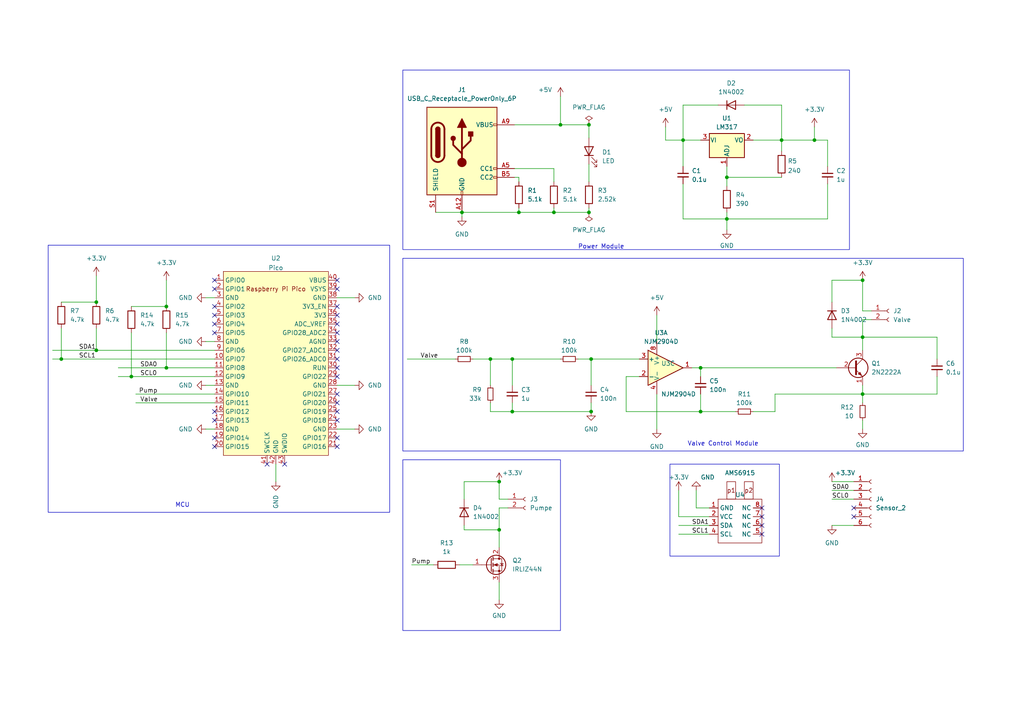
<source format=kicad_sch>
(kicad_sch (version 20230121) (generator eeschema)
  (paper "A4")
  (title_block (date "2024-01-21"))
  (lib_symbols
    (symbol "+5V_1" (power) (pin_names (offset 0))
      (property "Value" "+5V_1" (at 0 3.556 0))
      (symbol "+5V_1_0_1"
        (polyline (pts (xy -0.762 1.27) (xy 0 2.54)))
        (polyline (pts (xy 0 0) (xy 0 2.54)))
        (polyline (pts (xy 0 2.54) (xy 0.762 1.27)))
      )
      (symbol "+5V_1_1_1"
        (pin power_in line (at 0 0 90) (length 0) hide (name "+5V") (number "1"))
      )
    )
    (symbol "1N4001_1" (pin_numbers hide) (pin_names hide)
      (property "Reference" "D" (at 0 2.54 0))
      (property "Value" "1N4001" (at 0 -2.54 0))
      (symbol "1N4001_1_0_1"
        (polyline (pts (xy -1.27 1.27) (xy -1.27 -1.27)) (stroke (width 0.254)))
        (polyline (pts (xy 1.27 0) (xy -1.27 0)))
        (polyline (pts (xy 1.27 1.27) (xy 1.27 -1.27) (xy -1.27 0) (xy 1.27 1.27)) (stroke (width 0.254)))
      )
      (symbol "1N4001_1_1_1"
        (pin passive line (at -3.81 0 0) (length 2.54) (name "K") (number "1"))
        (pin passive line (at 3.81 0 180) (length 2.54) (name "A") (number "2"))
      )
    )
    (symbol "Amplifier_Operational:NJM4560" (pin_names (offset 0.127))
      (property "Reference" "U" (at 0 5.08 0))
      (property "Value" "NJM4560" (at 0 -5.08 0))
      (symbol "NJM4560_1_1"
        (polyline (pts (xy -5.08 5.08) (xy 5.08 0) (xy -5.08 -5.08) (xy -5.08 5.08)) (stroke (width 0.254)) (fill (type background)))
        (pin output line (at 7.62 0 180) (length 2.54) (name "~") (number "1"))
        (pin input line (at -7.62 -2.54 0) (length 2.54) (name "-") (number "2"))
        (pin input line (at -7.62 2.54 0) (length 2.54) (name "+") (number "3"))
      )
      (symbol "NJM4560_2_1"
        (polyline (pts (xy -5.08 5.08) (xy 5.08 0) (xy -5.08 -5.08) (xy -5.08 5.08)) (stroke (width 0.254)) (fill (type background)))
        (pin input line (at -7.62 2.54 0) (length 2.54) (name "+") (number "5"))
        (pin input line (at -7.62 -2.54 0) (length 2.54) (name "-") (number "6"))
        (pin output line (at 7.62 0 180) (length 2.54) (name "~") (number "7"))
      )
      (symbol "NJM4560_3_1"
        (pin power_in line (at -2.54 -7.62 90) (length 3.81) (name "V-") (number "4"))
        (pin power_in line (at -2.54 7.62 270) (length 3.81) (name "V+") (number "8"))
      )
    )
    (symbol "Connector:Conn_01x02_Female" (pin_names (offset 1.016) hide)
      (property "Reference" "J" (at 0 2.54 0))
      (property "Value" "Conn_01x02_Female" (at 0 -5.08 0))
      (symbol "Conn_01x02_Female_1_1"
        (arc (start 0 -2.032) (mid -0.5058 -2.54) (end 0 -3.048) (stroke (width 0.1524)))
        (polyline (pts (xy -1.27 -2.54) (xy -0.508 -2.54)) (stroke (width 0.1524)))
        (polyline (pts (xy -1.27 0) (xy -0.508 0)) (stroke (width 0.1524)))
        (arc (start 0 0.508) (mid -0.5058 0) (end 0 -0.508) (stroke (width 0.1524)))
        (pin passive line (at -5.08 0 0) (length 3.81) (name "Pin_1") (number "1"))
        (pin passive line (at -5.08 -2.54 0) (length 3.81) (name "Pin_2") (number "2"))
      )
    )
    (symbol "Connector:Conn_01x02_Socket" (pin_names (offset 1.016) hide)
      (property "Reference" "J" (at 0 2.54 0))
      (property "Value" "Conn_01x02_Socket" (at 0 -5.08 0))
      (symbol "Conn_01x02_Socket_1_1"
        (arc (start 0 -2.032) (mid -0.5058 -2.54) (end 0 -3.048) (stroke (width 0.1524)))
        (polyline (pts (xy -1.27 -2.54) (xy -0.508 -2.54)) (stroke (width 0.1524)))
        (polyline (pts (xy -1.27 0) (xy -0.508 0)) (stroke (width 0.1524)))
        (arc (start 0 0.508) (mid -0.5058 0) (end 0 -0.508) (stroke (width 0.1524)))
        (pin passive line (at -5.08 0 0) (length 3.81) (name "Pin_1") (number "1"))
        (pin passive line (at -5.08 -2.54 0) (length 3.81) (name "Pin_2") (number "2"))
      )
    )
    (symbol "Connector:Conn_01x06_Socket" (pin_names (offset 1.016) hide)
      (property "Reference" "J" (at 0 7.62 0))
      (property "Value" "Conn_01x06_Socket" (at 0 -10.16 0))
      (symbol "Conn_01x06_Socket_1_1"
        (arc (start 0 -7.112) (mid -0.5058 -7.62) (end 0 -8.128) (stroke (width 0.1524)))
        (arc (start 0 -4.572) (mid -0.5058 -5.08) (end 0 -5.588) (stroke (width 0.1524)))
        (arc (start 0 -2.032) (mid -0.5058 -2.54) (end 0 -3.048) (stroke (width 0.1524)))
        (polyline (pts (xy -1.27 -7.62) (xy -0.508 -7.62)) (stroke (width 0.1524)))
        (polyline (pts (xy -1.27 -5.08) (xy -0.508 -5.08)) (stroke (width 0.1524)))
        (polyline (pts (xy -1.27 -2.54) (xy -0.508 -2.54)) (stroke (width 0.1524)))
        (polyline (pts (xy -1.27 0) (xy -0.508 0)) (stroke (width 0.1524)))
        (polyline (pts (xy -1.27 2.54) (xy -0.508 2.54)) (stroke (width 0.1524)))
        (polyline (pts (xy -1.27 5.08) (xy -0.508 5.08)) (stroke (width 0.1524)))
        (arc (start 0 0.508) (mid -0.5058 0) (end 0 -0.508) (stroke (width 0.1524)))
        (arc (start 0 3.048) (mid -0.5058 2.54) (end 0 2.032) (stroke (width 0.1524)))
        (arc (start 0 5.588) (mid -0.5058 5.08) (end 0 4.572) (stroke (width 0.1524)))
        (pin passive line (at -5.08 5.08 0) (length 3.81) (name "Pin_1") (number "1"))
        (pin passive line (at -5.08 2.54 0) (length 3.81) (name "Pin_2") (number "2"))
        (pin passive line (at -5.08 0 0) (length 3.81) (name "Pin_3") (number "3"))
        (pin passive line (at -5.08 -2.54 0) (length 3.81) (name "Pin_4") (number "4"))
        (pin passive line (at -5.08 -5.08 0) (length 3.81) (name "Pin_5") (number "5"))
        (pin passive line (at -5.08 -7.62 0) (length 3.81) (name "Pin_6") (number "6"))
      )
    )
    (symbol "Connector:USB_C_Receptacle_PowerOnly_6P" (pin_names (offset 1.016))
      (property "Reference" "J" (at 0 16.51 0))
      (property "Value" "USB_C_Receptacle_PowerOnly_6P" (at 0 13.97 0))
      (symbol "USB_C_Receptacle_PowerOnly_6P_0_0"
        (rectangle (start -0.254 -12.7) (end 0.254 -11.684))
        (rectangle (start 10.16 -7.366) (end 9.144 -7.874))
        (rectangle (start 10.16 -4.826) (end 9.144 -5.334))
        (rectangle (start 10.16 7.874) (end 9.144 7.366))
      )
      (symbol "USB_C_Receptacle_PowerOnly_6P_0_1"
        (rectangle (start -10.16 12.7) (end 10.16 -12.7) (stroke (width 0.254)) (fill (type background)))
        (arc (start -8.89 -1.27) (mid -6.985 -3.1667) (end -5.08 -1.27) (stroke (width 0.508)))
        (arc (start -7.62 -1.27) (mid -6.985 -1.9023) (end -6.35 -1.27) (stroke (width 0.254)))
        (arc (start -7.62 -1.27) (mid -6.985 -1.9023) (end -6.35 -1.27) (stroke (width 0.254)) (fill (type outline)))
        (rectangle (start -7.62 -1.27) (end -6.35 6.35) (stroke (width 0.254)) (fill (type outline)))
        (arc (start -6.35 6.35) (mid -6.985 6.9823) (end -7.62 6.35) (stroke (width 0.254)))
        (arc (start -6.35 6.35) (mid -6.985 6.9823) (end -7.62 6.35) (stroke (width 0.254)) (fill (type outline)))
        (arc (start -5.08 6.35) (mid -6.985 8.2467) (end -8.89 6.35) (stroke (width 0.508)))
        (circle (center -2.54 3.683) (radius 0.635) (stroke (width 0.254)) (fill (type outline)))
        (circle (center 0 -3.302) (radius 1.27) (fill (type outline)))
        (polyline (pts (xy -8.89 -1.27) (xy -8.89 6.35)) (stroke (width 0.508)))
        (polyline (pts (xy -5.08 6.35) (xy -5.08 -1.27)) (stroke (width 0.508)))
        (polyline (pts (xy 0 -3.302) (xy 0 6.858)) (stroke (width 0.508)))
        (polyline (pts (xy 0 -0.762) (xy -2.54 1.778) (xy -2.54 3.048)) (stroke (width 0.508)))
        (polyline (pts (xy 0 0.508) (xy 2.54 3.048) (xy 2.54 4.318)) (stroke (width 0.508)))
        (polyline (pts (xy -1.27 6.858) (xy 0 9.398) (xy 1.27 6.858) (xy -1.27 6.858)) (stroke (width 0.254)) (fill (type outline)))
        (rectangle (start 1.905 4.318) (end 3.175 5.588) (stroke (width 0.254)) (fill (type outline)))
      )
      (symbol "USB_C_Receptacle_PowerOnly_6P_1_1"
        (pin passive line (at 0 -17.78 90) (length 5.08) (name "GND") (number "A12"))
        (pin bidirectional line (at 15.24 -5.08 180) (length 5.08) (name "CC1") (number "A5"))
        (pin passive line (at 15.24 7.62 180) (length 5.08) (name "VBUS") (number "A9"))
        (pin passive line (at 0 -17.78 90) (length 5.08) hide (name "GND") (number "B12"))
        (pin bidirectional line (at 15.24 -7.62 180) (length 5.08) (name "CC2") (number "B5"))
        (pin passive line (at 15.24 7.62 180) (length 5.08) hide (name "VBUS") (number "B9"))
        (pin passive line (at -7.62 -17.78 90) (length 5.08) (name "SHIELD") (number "S1"))
      )
    )
    (symbol "Device:C_Small" (pin_numbers hide) (pin_names (offset 0.254) hide)
      (property "Reference" "C" (at 0.254 1.778 0))
      (property "Value" "C_Small" (at 0.254 -2.032 0))
      (symbol "C_Small_0_1"
        (polyline (pts (xy -1.524 -0.508) (xy 1.524 -0.508)) (stroke (width 0.3302)))
        (polyline (pts (xy -1.524 0.508) (xy 1.524 0.508)) (stroke (width 0.3048)))
      )
      (symbol "C_Small_1_1"
        (pin passive line (at 0 2.54 270) (length 2.032) (name "~") (number "1"))
        (pin passive line (at 0 -2.54 90) (length 2.032) (name "~") (number "2"))
      )
    )
    (symbol "Device:LED" (pin_numbers hide) (pin_names (offset 1.016) hide)
      (property "Reference" "D" (at 0 2.54 0))
      (property "Value" "LED" (at 0 -2.54 0))
      (symbol "LED_0_1"
        (polyline (pts (xy -1.27 -1.27) (xy -1.27 1.27)) (stroke (width 0.254)))
        (polyline (pts (xy -1.27 0) (xy 1.27 0)))
        (polyline (pts (xy 1.27 -1.27) (xy 1.27 1.27) (xy -1.27 0) (xy 1.27 -1.27)) (stroke (width 0.254)))
        (polyline (pts (xy -3.048 -0.762) (xy -4.572 -2.286) (xy -3.81 -2.286) (xy -4.572 -2.286) (xy -4.572 -1.524)))
        (polyline (pts (xy -1.778 -0.762) (xy -3.302 -2.286) (xy -2.54 -2.286) (xy -3.302 -2.286) (xy -3.302 -1.524)))
      )
      (symbol "LED_1_1"
        (pin passive line (at -3.81 0 0) (length 2.54) (name "K") (number "1"))
        (pin passive line (at 3.81 0 180) (length 2.54) (name "A") (number "2"))
      )
    )
    (symbol "Device:R" (pin_numbers hide) (pin_names (offset 0))
      (property "Reference" "R" (at 2.032 0 90))
      (property "Value" "R" (at 0 0 90))
      (symbol "R_0_1"
        (rectangle (start -1.016 -2.54) (end 1.016 2.54) (stroke (width 0.254)))
      )
      (symbol "R_1_1"
        (pin passive line (at 0 3.81 270) (length 1.27) (name "~") (number "1"))
        (pin passive line (at 0 -3.81 90) (length 1.27) (name "~") (number "2"))
      )
    )
    (symbol "Device:R_Small" (pin_numbers hide) (pin_names (offset 0.254) hide)
      (property "Reference" "R" (at 0.762 0.508 0))
      (property "Value" "R_Small" (at 0.762 -1.016 0))
      (symbol "R_Small_0_1"
        (rectangle (start -0.762 1.778) (end 0.762 -1.778) (stroke (width 0.2032)))
      )
      (symbol "R_Small_1_1"
        (pin passive line (at 0 2.54 270) (length 0.762) (name "~") (number "1"))
        (pin passive line (at 0 -2.54 90) (length 0.762) (name "~") (number "2"))
      )
    )
    (symbol "Diode:1N4001" (pin_numbers hide) (pin_names hide)
      (property "Reference" "D" (at 0 2.54 0))
      (property "Value" "1N4001" (at 0 -2.54 0))
      (symbol "1N4001_0_1"
        (polyline (pts (xy -1.27 1.27) (xy -1.27 -1.27)) (stroke (width 0.254)))
        (polyline (pts (xy 1.27 0) (xy -1.27 0)))
        (polyline (pts (xy 1.27 1.27) (xy 1.27 -1.27) (xy -1.27 0) (xy 1.27 1.27)) (stroke (width 0.254)))
      )
      (symbol "1N4001_1_1"
        (pin passive line (at -3.81 0 0) (length 2.54) (name "K") (number "1"))
        (pin passive line (at 3.81 0 180) (length 2.54) (name "A") (number "2"))
      )
    )
    (symbol "Diode:1N4002" (pin_numbers hide) (pin_names hide)
      (property "Reference" "D" (at 0 2.54 0))
      (property "Value" "1N4002" (at 0 -2.54 0))
      (symbol "1N4002_0_1"
        (polyline (pts (xy -1.27 1.27) (xy -1.27 -1.27)) (stroke (width 0.254)))
        (polyline (pts (xy 1.27 0) (xy -1.27 0)))
        (polyline (pts (xy 1.27 1.27) (xy 1.27 -1.27) (xy -1.27 0) (xy 1.27 1.27)) (stroke (width 0.254)))
      )
      (symbol "1N4002_1_1"
        (pin passive line (at -3.81 0 0) (length 2.54) (name "K") (number "1"))
        (pin passive line (at 3.81 0 180) (length 2.54) (name "A") (number "2"))
      )
    )
    (symbol "GND_1" (power) (pin_names (offset 0))
      (property "Value" "GND_1" (at 0 -3.81 0))
      (symbol "GND_1_0_1"
        (polyline (pts (xy 0 0) (xy 0 -1.27) (xy 1.27 -1.27) (xy 0 -2.54) (xy -1.27 -1.27) (xy 0 -1.27)))
      )
      (symbol "GND_1_1_1"
        (pin power_in line (at 0 0 270) (length 0) hide (name "GND") (number "1"))
      )
    )
    (symbol "GND_2" (power) (pin_names (offset 0))
      (property "Value" "GND_2" (at 0 -3.81 0))
      (symbol "GND_2_0_1"
        (polyline (pts (xy 0 0) (xy 0 -1.27) (xy 1.27 -1.27) (xy 0 -2.54) (xy -1.27 -1.27) (xy 0 -1.27)))
      )
      (symbol "GND_2_1_1"
        (pin power_in line (at 0 0 270) (length 0) hide (name "GND") (number "1"))
      )
    )
    (symbol "GND_3" (power) (pin_names (offset 0))
      (property "Value" "GND_3" (at 0 -3.81 0))
      (symbol "GND_3_0_1"
        (polyline (pts (xy 0 0) (xy 0 -1.27) (xy 1.27 -1.27) (xy 0 -2.54) (xy -1.27 -1.27) (xy 0 -1.27)))
      )
      (symbol "GND_3_1_1"
        (pin power_in line (at 0 0 270) (length 0) hide (name "GND") (number "1"))
      )
    )
    (symbol "GND_4" (power) (pin_names (offset 0))
      (property "Value" "GND_4" (at 0 -3.81 0))
      (symbol "GND_4_0_1"
        (polyline (pts (xy 0 0) (xy 0 -1.27) (xy 1.27 -1.27) (xy 0 -2.54) (xy -1.27 -1.27) (xy 0 -1.27)))
      )
      (symbol "GND_4_1_1"
        (pin power_in line (at 0 0 270) (length 0) hide (name "GND") (number "1"))
      )
    )
    (symbol "GND_5" (power) (pin_names (offset 0))
      (property "Value" "GND_5" (at 0 -3.81 0))
      (symbol "GND_5_0_1"
        (polyline (pts (xy 0 0) (xy 0 -1.27) (xy 1.27 -1.27) (xy 0 -2.54) (xy -1.27 -1.27) (xy 0 -1.27)))
      )
      (symbol "GND_5_1_1"
        (pin power_in line (at 0 0 270) (length 0) hide (name "GND") (number "1"))
      )
    )
    (symbol "MCU_RaspberryPi_and_Boards:Pico"
      (property "Reference" "U" (at -13.97 27.94 0))
      (property "Value" "Pico" (at 0 19.05 0))
      (symbol "Pico_0_0"
        (text "Raspberry Pi Pico" (at 0 21.59 0) (effects (font (size 1.27 1.27))))
      )
      (symbol "Pico_0_1"
        (rectangle (start -15.24 26.67) (end 15.24 -26.67) (fill (type background)))
      )
      (symbol "Pico_1_1"
        (pin bidirectional line (at -17.78 24.13 0) (length 2.54) (name "GPIO0") (number "1"))
        (pin bidirectional line (at -17.78 1.27 0) (length 2.54) (name "GPIO7") (number "10"))
        (pin bidirectional line (at -17.78 -1.27 0) (length 2.54) (name "GPIO8") (number "11"))
        (pin bidirectional line (at -17.78 -3.81 0) (length 2.54) (name "GPIO9") (number "12"))
        (pin power_in line (at -17.78 -6.35 0) (length 2.54) (name "GND") (number "13"))
        (pin bidirectional line (at -17.78 -8.89 0) (length 2.54) (name "GPIO10") (number "14"))
        (pin bidirectional line (at -17.78 -11.43 0) (length 2.54) (name "GPIO11") (number "15"))
        (pin bidirectional line (at -17.78 -13.97 0) (length 2.54) (name "GPIO12") (number "16"))
        (pin bidirectional line (at -17.78 -16.51 0) (length 2.54) (name "GPIO13") (number "17"))
        (pin power_in line (at -17.78 -19.05 0) (length 2.54) (name "GND") (number "18"))
        (pin bidirectional line (at -17.78 -21.59 0) (length 2.54) (name "GPIO14") (number "19"))
        (pin bidirectional line (at -17.78 21.59 0) (length 2.54) (name "GPIO1") (number "2"))
        (pin bidirectional line (at -17.78 -24.13 0) (length 2.54) (name "GPIO15") (number "20"))
        (pin bidirectional line (at 17.78 -24.13 180) (length 2.54) (name "GPIO16") (number "21"))
        (pin bidirectional line (at 17.78 -21.59 180) (length 2.54) (name "GPIO17") (number "22"))
        (pin power_in line (at 17.78 -19.05 180) (length 2.54) (name "GND") (number "23"))
        (pin bidirectional line (at 17.78 -16.51 180) (length 2.54) (name "GPIO18") (number "24"))
        (pin bidirectional line (at 17.78 -13.97 180) (length 2.54) (name "GPIO19") (number "25"))
        (pin bidirectional line (at 17.78 -11.43 180) (length 2.54) (name "GPIO20") (number "26"))
        (pin bidirectional line (at 17.78 -8.89 180) (length 2.54) (name "GPIO21") (number "27"))
        (pin power_in line (at 17.78 -6.35 180) (length 2.54) (name "GND") (number "28"))
        (pin bidirectional line (at 17.78 -3.81 180) (length 2.54) (name "GPIO22") (number "29"))
        (pin power_in line (at -17.78 19.05 0) (length 2.54) (name "GND") (number "3"))
        (pin input line (at 17.78 -1.27 180) (length 2.54) (name "RUN") (number "30"))
        (pin bidirectional line (at 17.78 1.27 180) (length 2.54) (name "GPIO26_ADC0") (number "31"))
        (pin bidirectional line (at 17.78 3.81 180) (length 2.54) (name "GPIO27_ADC1") (number "32"))
        (pin power_in line (at 17.78 6.35 180) (length 2.54) (name "AGND") (number "33"))
        (pin bidirectional line (at 17.78 8.89 180) (length 2.54) (name "GPIO28_ADC2") (number "34"))
        (pin power_in line (at 17.78 11.43 180) (length 2.54) (name "ADC_VREF") (number "35"))
        (pin power_in line (at 17.78 13.97 180) (length 2.54) (name "3V3") (number "36"))
        (pin input line (at 17.78 16.51 180) (length 2.54) (name "3V3_EN") (number "37"))
        (pin bidirectional line (at 17.78 19.05 180) (length 2.54) (name "GND") (number "38"))
        (pin power_in line (at 17.78 21.59 180) (length 2.54) (name "VSYS") (number "39"))
        (pin bidirectional line (at -17.78 16.51 0) (length 2.54) (name "GPIO2") (number "4"))
        (pin power_in line (at 17.78 24.13 180) (length 2.54) (name "VBUS") (number "40"))
        (pin input line (at -2.54 -29.21 90) (length 2.54) (name "SWCLK") (number "41"))
        (pin power_in line (at 0 -29.21 90) (length 2.54) (name "GND") (number "42"))
        (pin bidirectional line (at 2.54 -29.21 90) (length 2.54) (name "SWDIO") (number "43"))
        (pin bidirectional line (at -17.78 13.97 0) (length 2.54) (name "GPIO3") (number "5"))
        (pin bidirectional line (at -17.78 11.43 0) (length 2.54) (name "GPIO4") (number "6"))
        (pin bidirectional line (at -17.78 8.89 0) (length 2.54) (name "GPIO5") (number "7"))
        (pin power_in line (at -17.78 6.35 0) (length 2.54) (name "GND") (number "8"))
        (pin bidirectional line (at -17.78 3.81 0) (length 2.54) (name "GPIO6") (number "9"))
      )
    )
    (symbol "Regulator_Linear:LM317_TO-220" (pin_names (offset 0.254))
      (property "Reference" "U" (at -3.81 3.175 0))
      (property "Value" "LM317_TO-220" (at 0 3.175 0))
      (symbol "LM317_TO-220_0_1"
        (rectangle (start -5.08 1.905) (end 5.08 -5.08) (stroke (width 0.254)) (fill (type background)))
      )
      (symbol "LM317_TO-220_1_1"
        (pin input line (at 0 -7.62 90) (length 2.54) (name "ADJ") (number "1"))
        (pin power_out line (at 7.62 0 180) (length 2.54) (name "VO") (number "2"))
        (pin power_in line (at -7.62 0 0) (length 2.54) (name "VI") (number "3"))
      )
    )
    (symbol "Symbols:AMS6915"
      (property "Reference" "U" (at 0 8.89 0))
      (property "Value" "AMS6915" (at 1.27 -13.97 0))
      (symbol "AMS6915_0_0"
        (text "p1" (at -1.27 2.54 0) (effects (font (size 1.27 1.27))))
        (text "p2" (at 3.81 2.54 0) (effects (font (size 1.27 1.27))))
      )
      (symbol "AMS6915_0_1"
        (rectangle (start -5.08 0) (end 7.62 -12.7) (stroke (width 0.1524)))
        (rectangle (start -2.54 0) (end 0 5.08) (stroke (width 0.1524)))
        (rectangle (start 2.54 0) (end 5.08 5.08) (stroke (width 0.1524)))
      )
      (symbol "AMS6915_1_1"
        (pin passive line (at -7.62 -2.54 0) (length 2.54) (name "GND") (number "1"))
        (pin passive line (at -7.62 -5.08 0) (length 2.54) (name "VCC") (number "2"))
        (pin passive line (at -7.62 -7.62 0) (length 2.54) (name "SDA") (number "3"))
        (pin passive line (at -7.62 -10.16 0) (length 2.54) (name "SCL") (number "4"))
        (pin passive line (at 7.62 -10.16 180) (length 2.54) (name "NC") (number "5"))
        (pin passive line (at 7.62 -7.62 180) (length 2.54) (name "NC") (number "6"))
        (pin passive line (at 7.62 -5.08 180) (length 2.54) (name "NC") (number "7"))
        (pin passive line (at 7.62 -2.54 180) (length 2.54) (name "NC") (number "8"))
      )
    )
    (symbol "Transistor_BJT:2N2219" (pin_names (offset 0) hide)
      (property "Reference" "Q" (at 5.08 1.905 0))
      (property "Value" "2N2219" (at 5.08 0 0))
      (symbol "2N2219_0_1"
        (polyline (pts (xy 0.635 0.635) (xy 2.54 2.54)))
        (polyline (pts (xy 0.635 -0.635) (xy 2.54 -2.54) (xy 2.54 -2.54)))
        (polyline (pts (xy 0.635 1.905) (xy 0.635 -1.905) (xy 0.635 -1.905)) (stroke (width 0.508)))
        (polyline (pts (xy 1.27 -1.778) (xy 1.778 -1.27) (xy 2.286 -2.286) (xy 1.27 -1.778) (xy 1.27 -1.778)) (fill (type outline)))
        (circle (center 1.27 0) (radius 2.8194) (stroke (width 0.254)))
      )
      (symbol "2N2219_1_1"
        (pin passive line (at 2.54 -5.08 90) (length 2.54) (name "E") (number "1"))
        (pin passive line (at -5.08 0 0) (length 5.715) (name "B") (number "2"))
        (pin passive line (at 2.54 5.08 270) (length 2.54) (name "C") (number "3"))
      )
    )
    (symbol "Transistor_FET:IRLIZ44N" (pin_names hide)
      (property "Reference" "Q" (at 6.35 1.905 0))
      (property "Value" "IRLIZ44N" (at 6.35 0 0))
      (symbol "IRLIZ44N_0_1"
        (polyline (pts (xy 0.254 0) (xy -2.54 0)))
        (polyline (pts (xy 0.254 1.905) (xy 0.254 -1.905)) (stroke (width 0.254)))
        (polyline (pts (xy 0.762 -1.27) (xy 0.762 -2.286)) (stroke (width 0.254)))
        (polyline (pts (xy 0.762 0.508) (xy 0.762 -0.508)) (stroke (width 0.254)))
        (polyline (pts (xy 0.762 2.286) (xy 0.762 1.27)) (stroke (width 0.254)))
        (polyline (pts (xy 2.54 2.54) (xy 2.54 1.778)))
        (polyline (pts (xy 2.54 -2.54) (xy 2.54 0) (xy 0.762 0)))
        (polyline (pts (xy 0.762 -1.778) (xy 3.302 -1.778) (xy 3.302 1.778) (xy 0.762 1.778)))
        (polyline (pts (xy 1.016 0) (xy 2.032 0.381) (xy 2.032 -0.381) (xy 1.016 0)) (fill (type outline)))
        (polyline (pts (xy 2.794 0.508) (xy 2.921 0.381) (xy 3.683 0.381) (xy 3.81 0.254)))
        (polyline (pts (xy 3.302 0.381) (xy 2.921 -0.254) (xy 3.683 -0.254) (xy 3.302 0.381)))
        (circle (center 1.651 0) (radius 2.794) (stroke (width 0.254)))
        (circle (center 2.54 -1.778) (radius 0.254) (fill (type outline)))
        (circle (center 2.54 1.778) (radius 0.254) (fill (type outline)))
      )
      (symbol "IRLIZ44N_1_1"
        (pin input line (at -5.08 0 0) (length 2.54) (name "G") (number "1"))
        (pin passive line (at 2.54 5.08 270) (length 2.54) (name "D") (number "2"))
        (pin passive line (at 2.54 -5.08 90) (length 2.54) (name "S") (number "3"))
      )
    )
    (symbol "power:+3.3V" (power) (pin_names (offset 0))
      (property "Value" "+3.3V" (at 0 3.556 0))
      (symbol "+3.3V_0_1"
        (polyline (pts (xy -0.762 1.27) (xy 0 2.54)))
        (polyline (pts (xy 0 0) (xy 0 2.54)))
        (polyline (pts (xy 0 2.54) (xy 0.762 1.27)))
      )
      (symbol "+3.3V_1_1"
        (pin power_in line (at 0 0 90) (length 0) hide (name "+3.3V") (number "1"))
      )
    )
    (symbol "power:+5V" (power) (pin_names (offset 0))
      (property "Value" "+5V" (at 0 3.556 0))
      (symbol "+5V_0_1"
        (polyline (pts (xy -0.762 1.27) (xy 0 2.54)))
        (polyline (pts (xy 0 0) (xy 0 2.54)))
        (polyline (pts (xy 0 2.54) (xy 0.762 1.27)))
      )
      (symbol "+5V_1_1"
        (pin power_in line (at 0 0 90) (length 0) hide (name "+5V") (number "1"))
      )
    )
    (symbol "power:GND" (power) (pin_names (offset 0))
      (property "Value" "GND" (at 0 -3.81 0))
      (symbol "GND_0_1"
        (polyline (pts (xy 0 0) (xy 0 -1.27) (xy 1.27 -1.27) (xy 0 -2.54) (xy -1.27 -1.27) (xy 0 -1.27)))
      )
      (symbol "GND_1_1"
        (pin power_in line (at 0 0 270) (length 0) hide (name "GND") (number "1"))
      )
    )
    (symbol "power:PWR_FLAG" (power) (pin_numbers hide) (pin_names (offset 0) hide)
      (property "Value" "PWR_FLAG" (at 0 3.81 0))
      (symbol "PWR_FLAG_0_0"
        (pin power_out line (at 0 0 90) (length 0) (name "pwr") (number "1"))
      )
      (symbol "PWR_FLAG_0_1"
        (polyline (pts (xy 0 0) (xy 0 1.27) (xy -1.016 1.905) (xy 0 2.54) (xy 1.016 1.905) (xy 0 1.27)))
      )
    )
  )
  (junction (at 38.1 109.22))
  (junction (at 162.56 36.195))
  (junction (at 250.19 81.28))
  (junction (at 210.82 63.5))
  (junction (at 17.78 104.14))
  (junction (at 48.26 88.9))
  (junction (at 198.12 40.64))
  (junction (at 148.59 119.38))
  (junction (at 203.2 106.68))
  (junction (at 148.59 104.14))
  (junction (at 144.78 153.67))
  (junction (at 27.94 87.63))
  (junction (at 27.94 101.6))
  (junction (at 142.24 104.14))
  (junction (at 170.815 36.195))
  (junction (at 203.2 119.38))
  (junction (at 226.695 40.64))
  (junction (at 160.655 61.595))
  (junction (at 250.19 114.3))
  (junction (at 210.82 51.435))
  (junction (at 171.45 119.38))
  (junction (at 150.495 61.595))
  (junction (at 133.985 61.595))
  (junction (at 236.22 40.64))
  (junction (at 48.26 106.68))
  (junction (at 144.78 139.7))
  (junction (at 170.815 61.595))
  (junction (at 250.19 97.79))
  (junction (at 171.45 104.14))
  (no_connect (at 220.98 152.4))
  (no_connect (at 220.98 147.32))
  (no_connect (at 97.79 96.52))
  (no_connect (at 62.23 127))
  (no_connect (at 97.79 129.54))
  (no_connect (at 247.65 147.32))
  (no_connect (at 62.23 93.98))
  (no_connect (at 62.23 119.38))
  (no_connect (at 82.55 134.62))
  (no_connect (at 97.79 116.84))
  (no_connect (at 97.79 99.06))
  (no_connect (at 97.79 91.44))
  (no_connect (at 97.79 81.28))
  (no_connect (at 247.65 149.86))
  (no_connect (at 97.79 119.38))
  (no_connect (at 97.79 106.68))
  (no_connect (at 62.23 91.44))
  (no_connect (at 62.23 88.9))
  (no_connect (at 97.79 104.14))
  (no_connect (at 62.23 81.28))
  (no_connect (at 220.98 154.94))
  (no_connect (at 97.79 114.3))
  (no_connect (at 77.47 134.62))
  (no_connect (at 97.79 121.92))
  (no_connect (at 97.79 101.6))
  (no_connect (at 97.79 88.9))
  (no_connect (at 62.23 96.52))
  (no_connect (at 97.79 127))
  (no_connect (at 97.79 93.98))
  (no_connect (at 62.23 83.82))
  (no_connect (at 62.23 129.54))
  (no_connect (at 97.79 83.82))
  (no_connect (at 97.79 109.22))
  (no_connect (at 220.98 149.86))
  (no_connect (at 62.23 121.92))
  (wire (pts (xy 196.85 154.94) (xy 205.74 154.94)))
  (wire (pts (xy 34.29 109.22) (xy 38.1 109.22)))
  (wire (pts (xy 241.3 139.7) (xy 247.65 139.7)))
  (wire (pts (xy 210.82 51.435) (xy 210.82 48.26)))
  (wire (pts (xy 15.24 104.14) (xy 17.78 104.14)))
  (wire (pts (xy 150.495 60.325) (xy 150.495 61.595)))
  (wire (pts (xy 80.01 139.7) (xy 80.01 134.62)))
  (wire (pts (xy 38.1 109.22) (xy 62.23 109.22)))
  (wire (pts (xy 271.78 104.14) (xy 271.78 97.79)))
  (wire (pts (xy 198.12 53.34) (xy 198.12 63.5)))
  (wire (pts (xy 119.38 163.83) (xy 125.73 163.83)))
  (wire (pts (xy 34.29 106.68) (xy 48.26 106.68)))
  (wire (pts (xy 39.37 114.3) (xy 62.23 114.3)))
  (wire (pts (xy 271.78 109.22) (xy 271.78 114.3)))
  (wire (pts (xy 240.03 40.64) (xy 240.03 48.26)))
  (wire (pts (xy 149.225 48.895) (xy 160.655 48.895)))
  (wire (pts (xy 144.78 144.78) (xy 147.32 144.78)))
  (wire (pts (xy 190.5 91.44) (xy 190.5 99.06)))
  (wire (pts (xy 198.12 63.5) (xy 210.82 63.5)))
  (wire (pts (xy 241.3 87.63) (xy 241.3 81.28)))
  (wire (pts (xy 252.73 92.71) (xy 250.19 92.71)))
  (wire (pts (xy 15.24 101.6) (xy 27.94 101.6)))
  (wire (pts (xy 144.78 153.67) (xy 144.78 158.75)))
  (wire (pts (xy 193.04 40.64) (xy 198.12 40.64)))
  (wire (pts (xy 171.45 104.14) (xy 185.42 104.14)))
  (wire (pts (xy 170.815 60.325) (xy 170.815 61.595)))
  (wire (pts (xy 203.2 106.68) (xy 242.57 106.68)))
  (wire (pts (xy 134.62 152.4) (xy 134.62 153.67)))
  (wire (pts (xy 39.37 116.84) (xy 62.23 116.84)))
  (wire (pts (xy 149.225 51.435) (xy 150.495 51.435)))
  (wire (pts (xy 190.5 114.3) (xy 190.5 124.46)))
  (wire (pts (xy 171.45 116.84) (xy 171.45 119.38)))
  (wire (pts (xy 48.26 106.68) (xy 62.23 106.68)))
  (wire (pts (xy 171.45 119.38) (xy 148.59 119.38)))
  (wire (pts (xy 236.22 40.64) (xy 240.03 40.64)))
  (wire (pts (xy 48.26 81.28) (xy 48.26 88.9)))
  (wire (pts (xy 171.45 111.76) (xy 171.45 104.14)))
  (wire (pts (xy 144.78 168.91) (xy 144.78 173.99)))
  (wire (pts (xy 201.93 142.24) (xy 201.93 147.32)))
  (wire (pts (xy 201.93 147.32) (xy 205.74 147.32)))
  (wire (pts (xy 142.24 116.84) (xy 142.24 119.38)))
  (wire (pts (xy 250.19 121.92) (xy 250.19 124.46)))
  (wire (pts (xy 196.85 142.24) (xy 196.85 149.86)))
  (wire (pts (xy 193.04 36.83) (xy 193.04 40.64)))
  (wire (pts (xy 118.11 104.14) (xy 132.08 104.14)))
  (wire (pts (xy 97.79 86.36) (xy 102.87 86.36)))
  (wire (pts (xy 102.87 111.76) (xy 97.79 111.76)))
  (wire (pts (xy 160.655 48.895) (xy 160.655 52.705)))
  (wire (pts (xy 27.94 101.6) (xy 62.23 101.6)))
  (wire (pts (xy 226.695 51.435) (xy 210.82 51.435)))
  (wire (pts (xy 148.59 104.14) (xy 148.59 111.76)))
  (wire (pts (xy 142.24 119.38) (xy 148.59 119.38)))
  (wire (pts (xy 38.1 96.52) (xy 38.1 109.22)))
  (wire (pts (xy 142.24 104.14) (xy 148.59 104.14)))
  (wire (pts (xy 133.985 61.595) (xy 133.985 62.865)))
  (wire (pts (xy 198.12 30.48) (xy 198.12 40.64)))
  (wire (pts (xy 241.3 144.78) (xy 247.65 144.78)))
  (wire (pts (xy 59.69 124.46) (xy 62.23 124.46)))
  (wire (pts (xy 250.19 111.76) (xy 250.19 114.3)))
  (wire (pts (xy 59.69 99.06) (xy 62.23 99.06)))
  (wire (pts (xy 241.3 81.28) (xy 250.19 81.28)))
  (wire (pts (xy 160.655 61.595) (xy 170.815 61.595)))
  (wire (pts (xy 271.78 114.3) (xy 250.19 114.3)))
  (wire (pts (xy 102.87 124.46) (xy 97.79 124.46)))
  (wire (pts (xy 250.19 81.28) (xy 250.19 90.17)))
  (wire (pts (xy 210.82 51.435) (xy 210.82 53.975)))
  (wire (pts (xy 203.2 106.68) (xy 203.2 109.22)))
  (wire (pts (xy 133.35 163.83) (xy 137.16 163.83)))
  (wire (pts (xy 17.78 95.25) (xy 17.78 104.14)))
  (wire (pts (xy 196.85 152.4) (xy 205.74 152.4)))
  (wire (pts (xy 218.44 119.38) (xy 224.79 119.38)))
  (wire (pts (xy 142.24 104.14) (xy 142.24 111.76)))
  (wire (pts (xy 181.61 109.22) (xy 181.61 119.38)))
  (wire (pts (xy 226.695 40.64) (xy 236.22 40.64)))
  (wire (pts (xy 198.12 40.64) (xy 203.2 40.64)))
  (wire (pts (xy 59.69 111.76) (xy 62.23 111.76)))
  (wire (pts (xy 147.32 147.32) (xy 144.78 147.32)))
  (wire (pts (xy 149.225 36.195) (xy 162.56 36.195)))
  (wire (pts (xy 134.62 144.78) (xy 134.62 139.7)))
  (wire (pts (xy 203.2 114.3) (xy 203.2 119.38)))
  (wire (pts (xy 162.56 36.195) (xy 170.815 36.195)))
  (wire (pts (xy 181.61 109.22) (xy 185.42 109.22)))
  (wire (pts (xy 250.19 97.79) (xy 250.19 101.6)))
  (wire (pts (xy 241.3 97.79) (xy 250.19 97.79)))
  (wire (pts (xy 240.03 63.5) (xy 210.82 63.5)))
  (wire (pts (xy 17.78 104.14) (xy 62.23 104.14)))
  (wire (pts (xy 250.19 114.3) (xy 250.19 116.84)))
  (wire (pts (xy 148.59 104.14) (xy 162.56 104.14)))
  (wire (pts (xy 241.3 95.25) (xy 241.3 97.79)))
  (wire (pts (xy 271.78 97.79) (xy 250.19 97.79)))
  (wire (pts (xy 215.9 30.48) (xy 226.695 30.48)))
  (wire (pts (xy 17.78 87.63) (xy 27.94 87.63)))
  (wire (pts (xy 162.56 27.94) (xy 162.56 36.195)))
  (wire (pts (xy 210.82 61.595) (xy 210.82 63.5)))
  (wire (pts (xy 226.695 30.48) (xy 226.695 40.64)))
  (wire (pts (xy 160.655 60.325) (xy 160.655 61.595)))
  (wire (pts (xy 250.19 114.3) (xy 224.79 114.3)))
  (wire (pts (xy 150.495 61.595) (xy 160.655 61.595)))
  (wire (pts (xy 250.19 92.71) (xy 250.19 97.79)))
  (wire (pts (xy 126.365 61.595) (xy 133.985 61.595)))
  (wire (pts (xy 181.61 119.38) (xy 203.2 119.38)))
  (wire (pts (xy 240.03 53.34) (xy 240.03 63.5)))
  (wire (pts (xy 133.985 61.595) (xy 150.495 61.595)))
  (wire (pts (xy 224.79 114.3) (xy 224.79 119.38)))
  (wire (pts (xy 48.26 96.52) (xy 48.26 106.68)))
  (wire (pts (xy 196.85 149.86) (xy 205.74 149.86)))
  (wire (pts (xy 150.495 51.435) (xy 150.495 52.705)))
  (wire (pts (xy 170.815 47.625) (xy 170.815 52.705)))
  (wire (pts (xy 203.2 119.38) (xy 213.36 119.38)))
  (wire (pts (xy 198.12 40.64) (xy 198.12 48.26)))
  (wire (pts (xy 171.45 104.14) (xy 167.64 104.14)))
  (wire (pts (xy 148.59 119.38) (xy 148.59 116.84)))
  (wire (pts (xy 250.19 90.17) (xy 252.73 90.17)))
  (wire (pts (xy 226.695 40.64) (xy 226.695 43.815)))
  (wire (pts (xy 137.16 104.14) (xy 142.24 104.14)))
  (wire (pts (xy 59.69 86.36) (xy 62.23 86.36)))
  (wire (pts (xy 134.62 139.7) (xy 144.78 139.7)))
  (wire (pts (xy 144.78 147.32) (xy 144.78 153.67)))
  (wire (pts (xy 134.62 153.67) (xy 144.78 153.67)))
  (wire (pts (xy 241.3 152.4) (xy 247.65 152.4)))
  (wire (pts (xy 200.66 106.68) (xy 203.2 106.68)))
  (wire (pts (xy 27.94 95.25) (xy 27.94 101.6)))
  (wire (pts (xy 236.22 36.83) (xy 236.22 40.64)))
  (wire (pts (xy 208.28 30.48) (xy 198.12 30.48)))
  (wire (pts (xy 241.3 142.24) (xy 247.65 142.24)))
  (wire (pts (xy 218.44 40.64) (xy 226.695 40.64)))
  (wire (pts (xy 170.815 36.195) (xy 170.815 40.005)))
  (wire (pts (xy 27.94 80.01) (xy 27.94 87.63)))
  (wire (pts (xy 38.1 88.9) (xy 48.26 88.9)))
  (wire (pts (xy 144.78 139.7) (xy 144.78 144.78)))
  (wire (pts (xy 210.82 63.5) (xy 210.82 66.675)))
  (rectangle (start 13.97 71.12) (end 113.03 148.59))
  (rectangle (start 116.84 133.35) (end 162.56 182.88))
  (rectangle (start 194.31 134.62) (end 226.06 161.29))
  (rectangle (start 116.84 74.93) (end 279.4 130.81))
  (rectangle (start 116.84 20.32) (end 246.38 72.39))
  (text "Power Module" (at 167.64 72.39 0) (effects (font (size 1.27 1.27)) (justify left bottom)))
  (text "MCU" (at 50.8 147.32 0) (effects (font (size 1.27 1.27)) (justify left bottom)))
  (text "Valve Control Module" (at 199.39 129.54 0) (effects (font (size 1.27 1.27)) (justify left bottom)))
  (label "SDA1" (at 200.66 152.4 0))
  (label "SCL0" (at 241.3 144.78 0))
  (label "SDA1" (at 22.86 101.6 0))
  (label "SCL1" (at 200.66 154.94 0))
  (label "SCL0" (at 40.64 109.22 0))
  (label "Pump" (at 119.38 163.83 0))
  (label "SDA0" (at 241.3 142.24 0))
  (label "Pump" (at 45.72 114.3 180))
  (label "Valve" (at 121.92 104.14 0))
  (label "Valve" (at 40.64 116.84 0))
  (label "SCL1" (at 22.86 104.14 0))
  (label "SDA0" (at 40.64 106.68 0))
  (symbol (lib_id "power:GND") (at 59.69 99.06 270) (unit 1)
    (property "Reference" "#PWR06" (effects hide))
    (property "Value" "GND" (at 55.88 99.0601 90) (effects (justify right)))
  )
  (symbol (lib_id "power:GND") (at 80.01 139.7 0) (unit 1)
    (property "Reference" "#PWR012" (effects hide))
    (property "Value" "GND" (at 80.0101 143.51 90) (effects (justify right)))
  )
  (symbol (lib_id "Device:C_Small") (at 203.2 111.76 0) (unit 1)
    (property "Reference" "C5" (at 205.74 110.4963 0) (effects (justify left)))
    (property "Value" "100n" (at 205.74 113.0363 0) (effects (justify left)))
    (property "Footprint" "Capacitor_SMD:C_0805_2012Metric_Pad1.18x1.45mm_HandSolder" (effects hide))
  )
  (symbol (lib_id "power:GND") (at 102.87 86.36 90) (unit 1)
    (property "Reference" "#PWR016" (effects hide))
    (property "Value" "GND" (at 106.68 86.3599 90) (effects (justify right)))
  )
  (symbol (lib_id "Connector:Conn_01x06_Socket") (at 252.73 144.78 0) (unit 1)
    (property "Reference" "J4" (at 254 144.78 0) (effects (justify left)))
    (property "Value" "Sensor_2" (at 254 147.32 0) (effects (justify left)))
    (property "Footprint" "Connector_PinSocket_2.54mm:PinSocket_1x06_P2.54mm_Vertical" (effects hide))
  )
  (symbol (lib_id "Connector:Conn_01x02_Female") (at 152.4 144.78 0) (unit 1)
    (property "Reference" "J3" (at 153.67 144.78 0) (effects (justify left)))
    (property "Value" "Pumpe" (at 153.67 147.32 0) (effects (justify left)))
    (property "Footprint" "Connector_PinHeader_2.54mm:PinHeader_1x02_P2.54mm_Vertical" (effects hide))
  )
  (symbol (lib_id "Connector:Conn_01x02_Socket") (at 257.81 90.17 0) (unit 1)
    (property "Reference" "J2" (at 259.08 90.17 0) (effects (justify left)))
    (property "Value" "Valve" (at 259.08 92.71 0) (effects (justify left)))
    (property "Footprint" "Connector_PinHeader_2.54mm:PinHeader_1x02_P2.54mm_Vertical" (effects hide))
  )
  (symbol (lib_id "Device:R") (at 129.54 163.83 270) (unit 1)
    (property "Reference" "R13" (at 129.54 157.48 90))
    (property "Value" "1k" (at 129.54 160.02 90))
    (property "Footprint" "Resistor_SMD:R_0603_1608Metric_Pad0.98x0.95mm_HandSolder" (effects hide))
  )
  (symbol (lib_name "1N4001_1") (lib_id "Diode:1N4001") (at 241.3 91.44 270) (unit 1)
    (property "Reference" "D3" (at 243.84 90.17 90) (effects (justify left)))
    (property "Value" "1N4002" (at 243.84 92.71 90) (effects (justify left)))
    (property "Footprint" "Diode_THT:D_DO-41_SOD81_P3.81mm_Vertical_AnodeUp" (effects hide))
    (property "Datasheet" "http://www.vishay.com/docs/88503/1n4001.pdf" (effects hide))
    (property "Sim.Device" "D" (effects hide))
    (property "Sim.Pins" "1=K 2=A" (effects hide))
  )
  (symbol (lib_id "Connector:USB_C_Receptacle_PowerOnly_6P") (at 133.985 43.815 0) (unit 1)
    (property "Reference" "J1" (at 133.985 26.035 0))
    (property "Value" "USB_C_Receptacle_PowerOnly_6P" (at 133.985 28.575 0))
    (property "Footprint" "Connector_USB:USB_C_Receptacle_GCT_USB4125-xx-x-0190_6P_TopMnt_Horizontal" (effects hide))
    (property "Datasheet" "https://www.usb.org/sites/default/files/documents/usb_type-c.zip" (effects hide))
  )
  (symbol (lib_id "Device:R") (at 150.495 56.515 0) (unit 1)
    (property "Reference" "R1" (at 153.035 55.245 0) (effects (justify left)))
    (property "Value" "5.1k" (at 153.035 57.785 0) (effects (justify left)))
    (property "Footprint" "Resistor_SMD:R_0603_1608Metric_Pad0.98x0.95mm_HandSolder" (effects hide))
  )
  (symbol (lib_id "power:GND") (at 102.87 124.46 90) (unit 1)
    (property "Reference" "#PWR018" (effects hide))
    (property "Value" "GND" (at 106.68 124.4599 90) (effects (justify right)))
  )
  (symbol (lib_id "Device:R_Small") (at 134.62 104.14 90) (unit 1)
    (property "Reference" "R8" (at 134.62 99.06 90))
    (property "Value" "100k" (at 134.62 101.6 90))
    (property "Footprint" "Resistor_SMD:R_0603_1608Metric_Pad0.98x0.95mm_HandSolder" (effects hide))
  )
  (symbol (lib_id "Device:R") (at 210.82 57.785 0) (unit 1)
    (property "Reference" "R4" (at 213.36 56.515 0) (effects (justify left)))
    (property "Value" "390" (at 213.36 59.055 0) (effects (justify left)))
    (property "Footprint" "Resistor_SMD:R_0603_1608Metric_Pad0.98x0.95mm_HandSolder" (effects hide))
  )
  (symbol (lib_id "power:GND") (at 144.78 173.99 0) (unit 1)
    (property "Reference" "#PWR027" (effects hide))
    (property "Value" "GND" (at 144.78 178.5525 0))
  )
  (symbol (lib_id "Device:C_Small") (at 240.03 50.8 0) (unit 1)
    (property "Reference" "C2" (at 242.57 49.5363 0) (effects (justify left)))
    (property "Value" "1u" (at 242.57 52.0763 0) (effects (justify left)))
    (property "Footprint" "Capacitor_SMD:C_0805_2012Metric_Pad1.18x1.45mm_HandSolder" (effects hide))
  )
  (symbol (lib_id "Device:R_Small") (at 215.9 119.38 90) (unit 1)
    (property "Reference" "R11" (at 215.9 114.3 90))
    (property "Value" "100k" (at 215.9 116.84 90))
    (property "Footprint" "Resistor_SMD:R_0603_1608Metric_Pad0.98x0.95mm_HandSolder" (effects hide))
  )
  (symbol (lib_id "power:GND") (at 102.87 111.76 90) (unit 1)
    (property "Reference" "#PWR017" (effects hide))
    (property "Value" "GND" (at 106.68 111.7599 90) (effects (justify right)))
  )
  (symbol (lib_id "power:+5V") (at 193.04 36.83 0) (unit 1)
    (property "Reference" "#PWR04" (effects hide))
    (property "Value" "+5V" (at 193.04 31.75 0))
  )
  (symbol (lib_name "+5V_1") (lib_id "power:+5V") (at 162.56 27.94 0) (unit 1)
    (property "Reference" "#PWR022" (effects hide))
    (property "Value" "+5V" (at 158.115 26.035 0))
  )
  (symbol (lib_id "Device:R") (at 170.815 56.515 180) (unit 1)
    (property "Reference" "R3" (at 173.355 55.245 0) (effects (justify right)))
    (property "Value" "2.52k" (at 173.355 57.785 0) (effects (justify right)))
    (property "Footprint" "Resistor_SMD:R_0603_1608Metric_Pad0.98x0.95mm_HandSolder" (effects hide))
  )
  (symbol (lib_id "power:+3.3V") (at 48.26 81.28 0) (unit 1)
    (property "Reference" "#PWR023" (effects hide))
    (property "Value" "+3.3V" (at 48.26 76.2 0))
  )
  (symbol (lib_id "power:+3.3V") (at 236.22 36.83 0) (unit 1)
    (property "Reference" "#PWR08" (effects hide))
    (property "Value" "+3.3V" (at 236.22 31.75 0))
  )
  (symbol (lib_id "power:GND") (at 250.19 124.46 0) (unit 1)
    (property "Reference" "#PWR015" (effects hide))
    (property "Value" "GND" (at 250.19 129.0225 0))
  )
  (symbol (lib_id "power:+3.3V") (at 250.19 81.28 0) (unit 1)
    (property "Reference" "#PWR09" (effects hide))
    (property "Value" "+3.3V" (at 250.19 76.2 0))
  )
  (symbol (lib_name "GND_2") (lib_id "power:GND") (at 59.69 111.76 270) (unit 1)
    (property "Reference" "#PWR01" (effects hide))
    (property "Value" "GND" (at 55.88 111.76 90) (effects (justify right)))
  )
  (symbol (lib_id "Device:R") (at 48.26 92.71 0) (unit 1)
    (property "Reference" "R15" (at 50.8 91.44 0) (effects (justify left)))
    (property "Value" "4.7k" (at 50.8 93.98 0) (effects (justify left)))
    (property "Footprint" "Resistor_SMD:R_0603_1608Metric_Pad0.98x0.95mm_HandSolder" (effects hide))
  )
  (symbol (lib_id "Device:C_Small") (at 198.12 50.8 0) (unit 1)
    (property "Reference" "C1" (at 200.66 49.5363 0) (effects (justify left)))
    (property "Value" "0.1u" (at 200.66 52.0763 0) (effects (justify left)))
    (property "Footprint" "Capacitor_SMD:C_0805_2012Metric_Pad1.18x1.45mm_HandSolder" (effects hide))
  )
  (symbol (lib_id "Device:R") (at 17.78 91.44 0) (unit 1)
    (property "Reference" "R7" (at 20.32 90.17 0) (effects (justify left)))
    (property "Value" "4.7k" (at 20.32 92.71 0) (effects (justify left)))
    (property "Footprint" "Resistor_SMD:R_0603_1608Metric_Pad0.98x0.95mm_HandSolder" (effects hide))
  )
  (symbol (lib_id "Diode:1N4002") (at 212.09 30.48 0) (unit 1)
    (property "Reference" "D2" (at 212.09 24.13 0))
    (property "Value" "1N4002" (at 212.09 26.67 0))
    (property "Footprint" "Diode_THT:D_DO-41_SOD81_P3.81mm_Vertical_AnodeUp" (effects hide))
    (property "Datasheet" "http://www.vishay.com/docs/88503/1n4001.pdf" (effects hide))
    (property "Sim.Device" "D" (effects hide))
    (property "Sim.Pins" "1=K 2=A" (effects hide))
  )
  (symbol (lib_id "Device:R_Small") (at 250.19 119.38 0) (mirror x) (unit 1)
    (property "Reference" "R12" (at 247.65 118.11 0) (effects (justify right)))
    (property "Value" "10" (at 247.65 120.65 0) (effects (justify right)))
    (property "Footprint" "Resistor_SMD:R_0603_1608Metric_Pad0.98x0.95mm_HandSolder" (effects hide))
  )
  (symbol (lib_id "Device:R") (at 226.695 47.625 0) (unit 1)
    (property "Reference" "R5" (at 228.473 46.7165 0) (effects (justify left)))
    (property "Value" "240" (at 228.473 49.4916 0) (effects (justify left)))
    (property "Footprint" "Resistor_SMD:R_0603_1608Metric_Pad0.98x0.95mm_HandSolder" (effects hide))
  )
  (symbol (lib_id "Transistor_FET:IRLIZ44N") (at 142.24 163.83 0) (unit 1)
    (property "Reference" "Q2" (at 148.59 162.56 0) (effects (justify left)))
    (property "Value" "IRLIZ44N" (at 148.59 165.1 0) (effects (justify left)))
    (property "Footprint" "IRLZ44N:TO254P1054X469X1930-3" (effects hide))
    (property "Datasheet" "http://www.irf.com/product-info/datasheets/data/irliz44n.pdf" (effects hide))
  )
  (symbol (lib_id "power:GND") (at 210.82 66.675 0) (unit 1)
    (property "Reference" "#PWR02" (effects hide))
    (property "Value" "GND" (at 210.82 71.2375 0))
  )
  (symbol (lib_id "Diode:1N4001") (at 134.62 148.59 270) (unit 1)
    (property "Reference" "D4" (at 137.16 147.32 90) (effects (justify left)))
    (property "Value" "1N4002" (at 137.16 149.86 90) (effects (justify left)))
    (property "Footprint" "Diode_THT:D_DO-41_SOD81_P3.81mm_Vertical_AnodeUp" (effects hide))
    (property "Datasheet" "http://www.vishay.com/docs/88503/1n4001.pdf" (effects hide))
    (property "Sim.Device" "D" (effects hide))
    (property "Sim.Pins" "1=K 2=A" (effects hide))
  )
  (symbol (lib_id "power:+3.3V") (at 27.94 80.01 0) (unit 1)
    (property "Reference" "#PWR03" (effects hide))
    (property "Value" "+3.3V" (at 27.94 74.93 0))
  )
  (symbol (lib_name "GND_3") (lib_id "power:GND") (at 190.5 124.46 0) (unit 1)
    (property "Reference" "#PWR011" (effects hide))
    (property "Value" "GND" (at 190.5 129.54 0))
  )
  (symbol (lib_id "Amplifier_Operational:NJM4560") (at 193.04 106.68 0) (unit 1)
    (property "Reference" "U3" (at 191.77 96.52 0))
    (property "Value" "NJM2904D" (at 191.77 99.06 0))
    (property "Footprint" "Package_DIP:DIP-8_W7.62mm_Socket" (effects hide))
    (property "Datasheet" "http://www.njr.com/semicon/PDF/NJM4560_E.pdf" (effects hide))
  )
  (symbol (lib_id "Device:R") (at 160.655 56.515 0) (unit 1)
    (property "Reference" "R2" (at 163.195 55.245 0) (effects (justify left)))
    (property "Value" "5.1k" (at 163.195 57.785 0) (effects (justify left)))
    (property "Footprint" "Resistor_SMD:R_0603_1608Metric_Pad0.98x0.95mm_HandSolder" (effects hide))
  )
  (symbol (lib_id "Device:LED") (at 170.815 43.815 90) (unit 1)
    (property "Reference" "D1" (at 174.625 44.1325 90) (effects (justify right)))
    (property "Value" "LED" (at 174.625 46.6725 90) (effects (justify right)))
    (property "Footprint" "LED_THT:LED_D5.0mm" (effects hide))
  )
  (symbol (lib_id "power:+5V") (at 190.5 91.44 0) (unit 1)
    (property "Reference" "#PWR07" (effects hide))
    (property "Value" "+5V" (at 190.5 86.36 0))
  )
  (symbol (lib_id "Device:R") (at 27.94 91.44 0) (unit 1)
    (property "Reference" "R6" (at 30.48 90.17 0) (effects (justify left)))
    (property "Value" "4.7k" (at 30.48 92.71 0) (effects (justify left)))
    (property "Footprint" "Resistor_SMD:R_0603_1608Metric_Pad0.98x0.95mm_HandSolder" (effects hide))
  )
  (symbol (lib_id "MCU_RaspberryPi_and_Boards:Pico") (at 80.01 105.41 0) (unit 1)
    (property "Reference" "U2" (at 80.01 74.9005 0))
    (property "Value" "Pico" (at 80.01 77.6756 0))
    (property "Footprint" "MCU_RaspberryPi_and_Boards:RPi_Pico_SMD_TH" (effects hide))
  )
  (symbol (lib_name "GND_1") (lib_id "power:GND") (at 133.985 62.865 0) (unit 1)
    (property "Reference" "#PWR024" (effects hide))
    (property "Value" "GND" (at 133.985 67.945 0))
  )
  (symbol (lib_id "Device:R") (at 38.1 92.71 0) (unit 1)
    (property "Reference" "R14" (at 40.64 91.44 0) (effects (justify left)))
    (property "Value" "4.7k" (at 40.64 93.98 0) (effects (justify left)))
    (property "Footprint" "Resistor_SMD:R_0603_1608Metric_Pad0.98x0.95mm_HandSolder" (effects hide))
  )
  (symbol (lib_id "Device:C_Small") (at 271.78 106.68 0) (unit 1)
    (property "Reference" "C6" (at 274.32 105.4163 0) (effects (justify left)))
    (property "Value" "0.1u" (at 274.32 107.9563 0) (effects (justify left)))
    (property "Footprint" "Capacitor_SMD:C_0805_2012Metric_Pad1.18x1.45mm_HandSolder" (effects hide))
  )
  (symbol (lib_id "power:GND") (at 201.93 142.24 180) (unit 1)
    (property "Reference" "#PWR020" (effects hide))
    (property "Value" "GND" (at 203.2 138.43 0) (effects (justify right)))
  )
  (symbol (lib_name "GND_5") (lib_id "power:GND") (at 171.45 119.38 0) (unit 1)
    (property "Reference" "#PWR025" (effects hide))
    (property "Value" "GND" (at 171.45 124.46 0))
  )
  (symbol (lib_id "power:+3.3V") (at 144.78 139.7 0) (unit 1)
    (property "Reference" "#PWR013" (effects hide))
    (property "Value" "+3.3V" (at 148.59 137.16 0))
  )
  (symbol (lib_id "Device:R_Small") (at 165.1 104.14 90) (unit 1)
    (property "Reference" "R10" (at 165.1 99.06 90))
    (property "Value" "100k" (at 165.1 101.6 90))
    (property "Footprint" "Resistor_SMD:R_0603_1608Metric_Pad0.98x0.95mm_HandSolder" (effects hide))
  )
  (symbol (lib_id "power:PWR_FLAG") (at 170.815 36.195 0) (unit 1)
    (property "Reference" "#FLG05" (effects hide))
    (property "Value" "PWR_FLAG" (at 170.815 31.115 0))
  )
  (symbol (lib_id "Device:R_Small") (at 142.24 114.3 0) (mirror x) (unit 1)
    (property "Reference" "R9" (at 139.7 113.03 0) (effects (justify right)))
    (property "Value" "33k" (at 139.7 115.57 0) (effects (justify right)))
    (property "Footprint" "Resistor_SMD:R_0603_1608Metric_Pad0.98x0.95mm_HandSolder" (effects hide))
  )
  (symbol (lib_id "Regulator_Linear:LM317_TO-220") (at 210.82 40.64 0) (unit 1)
    (property "Reference" "U1" (at 210.82 34.29 0))
    (property "Value" "LM317" (at 210.82 36.83 0))
    (property "Footprint" "Package_TO_SOT_THT:TO-220-3_Vertical" (effects hide))
    (property "Datasheet" "http://www.ti.com/lit/ds/symlink/lm317.pdf" (effects hide))
  )
  (symbol (lib_id "Device:C_Small") (at 148.59 114.3 0) (unit 1)
    (property "Reference" "C3" (at 151.13 113.0363 0) (effects (justify left)))
    (property "Value" "1u" (at 151.13 115.5763 0) (effects (justify left)))
    (property "Footprint" "Capacitor_SMD:C_0805_2012Metric_Pad1.18x1.45mm_HandSolder" (effects hide))
  )
  (symbol (lib_id "power:+3.3V") (at 196.85 142.24 0) (unit 1)
    (property "Reference" "#PWR014" (effects hide))
    (property "Value" "+3.3V" (at 196.85 138.43 0))
  )
  (symbol (lib_id "power:GND") (at 59.69 86.36 270) (unit 1)
    (property "Reference" "#PWR010" (effects hide))
    (property "Value" "GND" (at 55.88 86.3601 90) (effects (justify right)))
  )
  (symbol (lib_id "Amplifier_Operational:NJM4560") (at 193.04 106.68 0) (unit 3)
    (property "Reference" "U3" (at 191.77 105.41 0) (effects (justify left)))
    (property "Value" "NJM2904D" (at 191.77 114.3 0) (effects (justify left)))
    (property "Footprint" "Package_DIP:DIP-8_W7.62mm_Socket" (effects hide))
    (property "Datasheet" "http://www.njr.com/semicon/PDF/NJM4560_E.pdf" (effects hide))
  )
  (symbol (lib_id "power:+3.3V") (at 241.3 139.7 0) (unit 1)
    (property "Reference" "#PWR019" (effects hide))
    (property "Value" "+3.3V" (at 245.11 137.16 0))
  )
  (symbol (lib_id "Symbols:AMS6915") (at 213.36 144.78 0) (unit 1)
    (property "Reference" "U4" (at 214.63 143.51 0))
    (property "Value" "AMS6915" (at 214.63 137.16 0))
    (property "Footprint" "MedVet_FP:AMS_6915_FP" (effects hide))
  )
  (symbol (lib_name "GND_4") (lib_id "power:GND") (at 241.3 152.4 0) (unit 1)
    (property "Reference" "#PWR021" (effects hide))
    (property "Value" "GND" (at 241.3 157.48 0))
  )
  (symbol (lib_id "Device:C_Small") (at 171.45 114.3 0) (unit 1)
    (property "Reference" "C4" (at 173.99 113.0363 0) (effects (justify left)))
    (property "Value" "100n" (at 173.99 115.5763 0) (effects (justify left)))
    (property "Footprint" "Capacitor_SMD:C_0805_2012Metric_Pad1.18x1.45mm_HandSolder" (effects hide))
  )
  (symbol (lib_id "Transistor_BJT:2N2219") (at 247.65 106.68 0) (unit 1)
    (property "Reference" "Q1" (at 252.73 105.41 0) (effects (justify left)))
    (property "Value" "2N2222A" (at 252.73 107.95 0) (effects (justify left)))
    (property "Footprint" "Package_TO_SOT_THT:TO-92" (effects hide))
    (property "Datasheet" "http://www.onsemi.com/pub_link/Collateral/2N2219-D.PDF" (effects hide))
  )
  (symbol (lib_id "power:PWR_FLAG") (at 170.815 61.595 180) (unit 1)
    (property "Reference" "#FLG06" (effects hide))
    (property "Value" "PWR_FLAG" (at 170.815 66.675 0))
  )
  (symbol (lib_id "power:GND") (at 59.69 124.46 270) (unit 1)
    (property "Reference" "#PWR05" (effects hide))
    (property "Value" "GND" (at 55.88 124.46 90) (effects (justify right)))
  )
)
</source>
